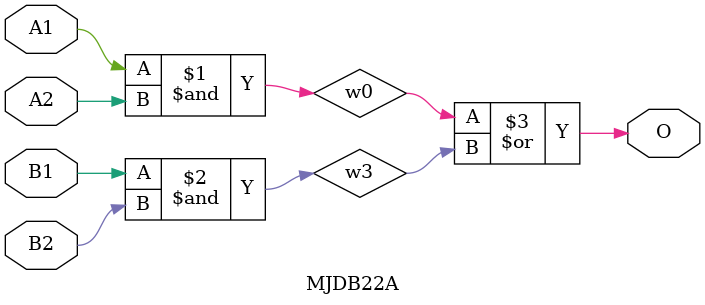
<source format=v>
module MJDB22A(A1, A2, B1, B2, O);
input   A1;
input   A2;
input   B1;
input   B2;
output  O;
and g0(w0, A1, A2);
and g1(w3, B1, B2);
or g2(O, w0, w3);
endmodule
</source>
